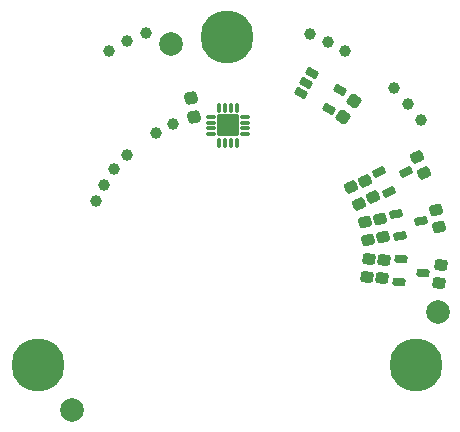
<source format=gbr>
%TF.GenerationSoftware,KiCad,Pcbnew,7.0.6*%
%TF.CreationDate,2024-04-30T01:46:30+02:00*%
%TF.ProjectId,amulet_encoder,616d756c-6574-45f6-956e-636f6465722e,1.0*%
%TF.SameCoordinates,PX7829b80PY6b49d20*%
%TF.FileFunction,Soldermask,Top*%
%TF.FilePolarity,Negative*%
%FSLAX46Y46*%
G04 Gerber Fmt 4.6, Leading zero omitted, Abs format (unit mm)*
G04 Created by KiCad (PCBNEW 7.0.6) date 2024-04-30 01:46:30*
%MOMM*%
%LPD*%
G01*
G04 APERTURE LIST*
G04 Aperture macros list*
%AMRoundRect*
0 Rectangle with rounded corners*
0 $1 Rounding radius*
0 $2 $3 $4 $5 $6 $7 $8 $9 X,Y pos of 4 corners*
0 Add a 4 corners polygon primitive as box body*
4,1,4,$2,$3,$4,$5,$6,$7,$8,$9,$2,$3,0*
0 Add four circle primitives for the rounded corners*
1,1,$1+$1,$2,$3*
1,1,$1+$1,$4,$5*
1,1,$1+$1,$6,$7*
1,1,$1+$1,$8,$9*
0 Add four rect primitives between the rounded corners*
20,1,$1+$1,$2,$3,$4,$5,0*
20,1,$1+$1,$4,$5,$6,$7,0*
20,1,$1+$1,$6,$7,$8,$9,0*
20,1,$1+$1,$8,$9,$2,$3,0*%
G04 Aperture macros list end*
%ADD10C,0.800000*%
%ADD11C,4.500000*%
%ADD12C,0.999800*%
%ADD13C,2.000000*%
%ADD14RoundRect,0.287500X0.299753X-0.188309X0.217271X0.279474X-0.299753X0.188309X-0.217271X-0.279474X0*%
%ADD15RoundRect,0.262500X-0.350370X0.071088X-0.170757X-0.314093X0.350370X-0.071088X0.170757X0.314093X0*%
%ADD16RoundRect,0.262500X-0.267885X0.236749X-0.304927X-0.186634X0.267885X-0.236749X0.304927X0.186634X0*%
%ADD17RoundRect,0.262500X-0.320032X0.159348X-0.246232X-0.259195X0.320032X-0.159348X0.246232X0.259195X0*%
%ADD18RoundRect,0.200000X-0.378109X0.045096X0.228109X-0.304904X0.378109X-0.045096X-0.228109X0.304904X0*%
%ADD19RoundRect,0.287500X-0.078803X0.345112X-0.351252X-0.043985X0.078803X-0.345112X0.351252X0.043985X0*%
%ADD20RoundRect,0.050000X0.850000X-0.850000X0.850000X0.850000X-0.850000X0.850000X-0.850000X-0.850000X0*%
%ADD21RoundRect,0.112500X0.312500X-0.062500X0.312500X0.062500X-0.312500X0.062500X-0.312500X-0.062500X0*%
%ADD22RoundRect,0.112500X0.062500X-0.312500X0.062500X0.312500X-0.062500X0.312500X-0.062500X-0.312500X0*%
%ADD23RoundRect,0.200000X-0.361742X-0.118925X0.335595X-0.179934X0.361742X0.118925X-0.335595X0.179934X0*%
%ADD24RoundRect,0.200000X-0.318635X-0.208498X0.370730X-0.086944X0.318635X0.208498X-0.370730X0.086944X0*%
%ADD25RoundRect,0.200000X-0.253815X-0.283863X0.380600X0.011970X0.253815X0.283863X-0.380600X-0.011970X0*%
G04 APERTURE END LIST*
D10*
%TO.C,H1*%
X20850000Y41000000D03*
X21333274Y42166726D03*
X21333274Y39833274D03*
X22500000Y42650000D03*
D11*
X22500000Y41000000D03*
D10*
X22500000Y39350000D03*
X23666726Y42166726D03*
X23666726Y39833274D03*
X24150000Y41000000D03*
%TD*%
D12*
%TO.C,TP10*%
X29525000Y41225000D03*
%TD*%
D13*
%TO.C,FM2*%
X17736852Y40369629D03*
%TD*%
D12*
%TO.C,TP13*%
X12525002Y39820510D03*
%TD*%
%TO.C,TP3*%
X12979760Y29805137D03*
%TD*%
%TO.C,TP1*%
X11413445Y27092201D03*
%TD*%
%TO.C,TP4*%
X14014719Y30985281D03*
%TD*%
D14*
%TO.C,C4*%
X19750000Y34250000D03*
X19472162Y35825692D03*
%TD*%
D12*
%TO.C,TP15*%
X15684597Y41293852D03*
%TD*%
D15*
%TO.C,R2*%
X33058730Y28251149D03*
X33692658Y26891687D03*
%TD*%
D16*
%TO.C,R8*%
X40465756Y20175339D03*
X40596490Y21669631D03*
%TD*%
D17*
%TO.C,R4*%
X35467710Y25548137D03*
X35728182Y24070925D03*
%TD*%
D15*
%TO.C,R1*%
X34870860Y27441090D03*
X34236932Y28800552D03*
%TD*%
D12*
%TO.C,TP14*%
X14072635Y40626155D03*
%TD*%
%TO.C,TP12*%
X31050000Y40600000D03*
%TD*%
%TO.C,TP2*%
X12107695Y28500000D03*
%TD*%
D17*
%TO.C,R6*%
X34187457Y25322384D03*
X34447929Y23845172D03*
%TD*%
D18*
%TO.C,U2*%
X32079185Y36541629D03*
X31129185Y34896181D03*
X28747615Y36271181D03*
X29222615Y37093905D03*
X29697615Y37916629D03*
%TD*%
D13*
%TO.C,FM3*%
X40369627Y17711846D03*
%TD*%
D16*
%TO.C,R5*%
X34519702Y22201273D03*
X34388968Y20706981D03*
%TD*%
D19*
%TO.C,C3*%
X33272257Y35561726D03*
X32354535Y34251082D03*
%TD*%
D12*
%TO.C,TP5*%
X16500000Y32892305D03*
%TD*%
D10*
%TO.C,H2*%
X36871469Y13249998D03*
X37354743Y14416724D03*
X37354743Y12083272D03*
X38521469Y14899998D03*
D11*
X38521469Y13249998D03*
D10*
X38521469Y11599998D03*
X39688195Y14416724D03*
X39688195Y12083272D03*
X40171469Y13249998D03*
%TD*%
D12*
%TO.C,TP6*%
X17907799Y33586555D03*
%TD*%
D10*
%TO.C,H3*%
X4828529Y13250004D03*
X5311803Y14416730D03*
X5311803Y12083278D03*
X6478529Y14900004D03*
D11*
X6478529Y13250004D03*
D10*
X6478529Y11600004D03*
X7645255Y14416730D03*
X7645255Y12083278D03*
X8128529Y13250004D03*
%TD*%
D20*
%TO.C,U1*%
X22600000Y33500000D03*
D21*
X21125000Y32750000D03*
X21125000Y33250000D03*
X21125000Y33750000D03*
X21125000Y34250000D03*
D22*
X21850000Y34975000D03*
X22350000Y34975000D03*
X22850000Y34975000D03*
X23350000Y34975000D03*
D21*
X24075000Y34250000D03*
X24075000Y33750000D03*
X24075000Y33250000D03*
X24075000Y32750000D03*
D22*
X23350000Y32025000D03*
X22850000Y32025000D03*
X22350000Y32025000D03*
X21850000Y32025000D03*
%TD*%
D23*
%TO.C,Q2*%
X37226865Y22165201D03*
X37061269Y20272431D03*
X39136457Y21044504D03*
%TD*%
D17*
%TO.C,R9*%
X40455256Y24904424D03*
X40194784Y26381636D03*
%TD*%
D15*
%TO.C,R7*%
X39221136Y29469658D03*
X38587208Y30829120D03*
%TD*%
D24*
%TO.C,Q3*%
X36811709Y25988189D03*
X37141641Y24117054D03*
X38946291Y25399918D03*
%TD*%
D13*
%TO.C,FM1*%
X9418524Y9418525D03*
%TD*%
D12*
%TO.C,TP11*%
X32500000Y39825000D03*
%TD*%
D25*
%TO.C,Q1*%
X35421239Y29573481D03*
X36224214Y27851496D03*
X37635342Y29557725D03*
%TD*%
D16*
%TO.C,R3*%
X35814756Y22087973D03*
X35684022Y20593681D03*
%TD*%
D12*
%TO.C,TP9*%
X36667135Y36642135D03*
%TD*%
%TO.C,TP8*%
X37845888Y35355752D03*
%TD*%
%TO.C,TP7*%
X38908040Y33971529D03*
%TD*%
M02*

</source>
